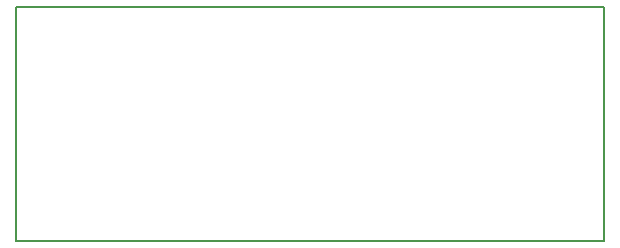
<source format=gm1>
G04 MADE WITH FRITZING*
G04 WWW.FRITZING.ORG*
G04 DOUBLE SIDED*
G04 HOLES PLATED*
G04 CONTOUR ON CENTER OF CONTOUR VECTOR*
%ASAXBY*%
%FSLAX23Y23*%
%MOIN*%
%OFA0B0*%
%SFA1.0B1.0*%
%ADD10R,1.968500X0.787402*%
%ADD11C,0.008000*%
%ADD10C,0.008*%
%LNCONTOUR*%
G90*
G70*
G54D10*
G54D11*
X4Y783D02*
X1965Y783D01*
X1965Y4D01*
X4Y4D01*
X4Y783D01*
D02*
G04 End of contour*
M02*
</source>
